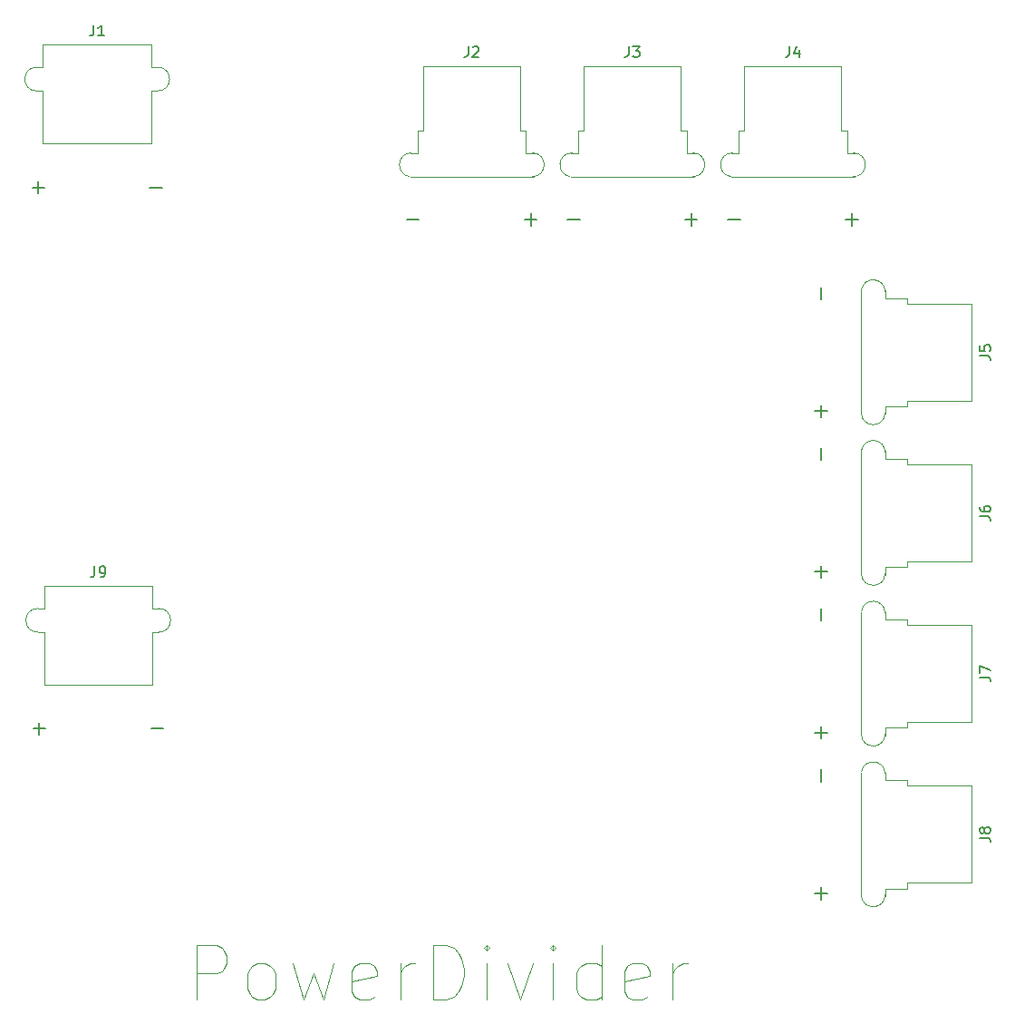
<source format=gbr>
%TF.GenerationSoftware,KiCad,Pcbnew,8.0.8-8.0.8-0~ubuntu24.04.1*%
%TF.CreationDate,2025-02-07T22:56:00+09:00*%
%TF.ProjectId,PowerDivider,506f7765-7244-4697-9669-6465722e6b69,rev?*%
%TF.SameCoordinates,Original*%
%TF.FileFunction,Legend,Top*%
%TF.FilePolarity,Positive*%
%FSLAX46Y46*%
G04 Gerber Fmt 4.6, Leading zero omitted, Abs format (unit mm)*
G04 Created by KiCad (PCBNEW 8.0.8-8.0.8-0~ubuntu24.04.1) date 2025-02-07 22:56:00*
%MOMM*%
%LPD*%
G01*
G04 APERTURE LIST*
%ADD10C,0.100000*%
%ADD11C,0.150000*%
%ADD12C,0.120000*%
G04 APERTURE END LIST*
D10*
X126756265Y-142882895D02*
X126756265Y-137882895D01*
X126756265Y-137882895D02*
X128661027Y-137882895D01*
X128661027Y-137882895D02*
X129137217Y-138120990D01*
X129137217Y-138120990D02*
X129375312Y-138359085D01*
X129375312Y-138359085D02*
X129613408Y-138835276D01*
X129613408Y-138835276D02*
X129613408Y-139549561D01*
X129613408Y-139549561D02*
X129375312Y-140025752D01*
X129375312Y-140025752D02*
X129137217Y-140263847D01*
X129137217Y-140263847D02*
X128661027Y-140501942D01*
X128661027Y-140501942D02*
X126756265Y-140501942D01*
X132470550Y-142882895D02*
X131994360Y-142644800D01*
X131994360Y-142644800D02*
X131756265Y-142406704D01*
X131756265Y-142406704D02*
X131518169Y-141930514D01*
X131518169Y-141930514D02*
X131518169Y-140501942D01*
X131518169Y-140501942D02*
X131756265Y-140025752D01*
X131756265Y-140025752D02*
X131994360Y-139787657D01*
X131994360Y-139787657D02*
X132470550Y-139549561D01*
X132470550Y-139549561D02*
X133184836Y-139549561D01*
X133184836Y-139549561D02*
X133661027Y-139787657D01*
X133661027Y-139787657D02*
X133899122Y-140025752D01*
X133899122Y-140025752D02*
X134137217Y-140501942D01*
X134137217Y-140501942D02*
X134137217Y-141930514D01*
X134137217Y-141930514D02*
X133899122Y-142406704D01*
X133899122Y-142406704D02*
X133661027Y-142644800D01*
X133661027Y-142644800D02*
X133184836Y-142882895D01*
X133184836Y-142882895D02*
X132470550Y-142882895D01*
X135803884Y-139549561D02*
X136756265Y-142882895D01*
X136756265Y-142882895D02*
X137708646Y-140501942D01*
X137708646Y-140501942D02*
X138661027Y-142882895D01*
X138661027Y-142882895D02*
X139613408Y-139549561D01*
X143422932Y-142644800D02*
X142946741Y-142882895D01*
X142946741Y-142882895D02*
X141994360Y-142882895D01*
X141994360Y-142882895D02*
X141518170Y-142644800D01*
X141518170Y-142644800D02*
X141280074Y-142168609D01*
X141280074Y-142168609D02*
X141280074Y-140263847D01*
X141280074Y-140263847D02*
X141518170Y-139787657D01*
X141518170Y-139787657D02*
X141994360Y-139549561D01*
X141994360Y-139549561D02*
X142946741Y-139549561D01*
X142946741Y-139549561D02*
X143422932Y-139787657D01*
X143422932Y-139787657D02*
X143661027Y-140263847D01*
X143661027Y-140263847D02*
X143661027Y-140740038D01*
X143661027Y-140740038D02*
X141280074Y-141216228D01*
X145803884Y-142882895D02*
X145803884Y-139549561D01*
X145803884Y-140501942D02*
X146041979Y-140025752D01*
X146041979Y-140025752D02*
X146280074Y-139787657D01*
X146280074Y-139787657D02*
X146756265Y-139549561D01*
X146756265Y-139549561D02*
X147232455Y-139549561D01*
X148899122Y-142882895D02*
X148899122Y-137882895D01*
X148899122Y-137882895D02*
X150089598Y-137882895D01*
X150089598Y-137882895D02*
X150803884Y-138120990D01*
X150803884Y-138120990D02*
X151280074Y-138597180D01*
X151280074Y-138597180D02*
X151518169Y-139073371D01*
X151518169Y-139073371D02*
X151756265Y-140025752D01*
X151756265Y-140025752D02*
X151756265Y-140740038D01*
X151756265Y-140740038D02*
X151518169Y-141692419D01*
X151518169Y-141692419D02*
X151280074Y-142168609D01*
X151280074Y-142168609D02*
X150803884Y-142644800D01*
X150803884Y-142644800D02*
X150089598Y-142882895D01*
X150089598Y-142882895D02*
X148899122Y-142882895D01*
X153899122Y-142882895D02*
X153899122Y-139549561D01*
X153899122Y-137882895D02*
X153661026Y-138120990D01*
X153661026Y-138120990D02*
X153899122Y-138359085D01*
X153899122Y-138359085D02*
X154137217Y-138120990D01*
X154137217Y-138120990D02*
X153899122Y-137882895D01*
X153899122Y-137882895D02*
X153899122Y-138359085D01*
X155803883Y-139549561D02*
X156994359Y-142882895D01*
X156994359Y-142882895D02*
X158184836Y-139549561D01*
X160089598Y-142882895D02*
X160089598Y-139549561D01*
X160089598Y-137882895D02*
X159851502Y-138120990D01*
X159851502Y-138120990D02*
X160089598Y-138359085D01*
X160089598Y-138359085D02*
X160327693Y-138120990D01*
X160327693Y-138120990D02*
X160089598Y-137882895D01*
X160089598Y-137882895D02*
X160089598Y-138359085D01*
X164613407Y-142882895D02*
X164613407Y-137882895D01*
X164613407Y-142644800D02*
X164137216Y-142882895D01*
X164137216Y-142882895D02*
X163184835Y-142882895D01*
X163184835Y-142882895D02*
X162708645Y-142644800D01*
X162708645Y-142644800D02*
X162470550Y-142406704D01*
X162470550Y-142406704D02*
X162232454Y-141930514D01*
X162232454Y-141930514D02*
X162232454Y-140501942D01*
X162232454Y-140501942D02*
X162470550Y-140025752D01*
X162470550Y-140025752D02*
X162708645Y-139787657D01*
X162708645Y-139787657D02*
X163184835Y-139549561D01*
X163184835Y-139549561D02*
X164137216Y-139549561D01*
X164137216Y-139549561D02*
X164613407Y-139787657D01*
X168899122Y-142644800D02*
X168422931Y-142882895D01*
X168422931Y-142882895D02*
X167470550Y-142882895D01*
X167470550Y-142882895D02*
X166994360Y-142644800D01*
X166994360Y-142644800D02*
X166756264Y-142168609D01*
X166756264Y-142168609D02*
X166756264Y-140263847D01*
X166756264Y-140263847D02*
X166994360Y-139787657D01*
X166994360Y-139787657D02*
X167470550Y-139549561D01*
X167470550Y-139549561D02*
X168422931Y-139549561D01*
X168422931Y-139549561D02*
X168899122Y-139787657D01*
X168899122Y-139787657D02*
X169137217Y-140263847D01*
X169137217Y-140263847D02*
X169137217Y-140740038D01*
X169137217Y-140740038D02*
X166756264Y-141216228D01*
X171280074Y-142882895D02*
X171280074Y-139549561D01*
X171280074Y-140501942D02*
X171518169Y-140025752D01*
X171518169Y-140025752D02*
X171756264Y-139787657D01*
X171756264Y-139787657D02*
X172232455Y-139549561D01*
X172232455Y-139549561D02*
X172708645Y-139549561D01*
D11*
X167166666Y-53954819D02*
X167166666Y-54669104D01*
X167166666Y-54669104D02*
X167119047Y-54811961D01*
X167119047Y-54811961D02*
X167023809Y-54907200D01*
X167023809Y-54907200D02*
X166880952Y-54954819D01*
X166880952Y-54954819D02*
X166785714Y-54954819D01*
X167547619Y-53954819D02*
X168166666Y-53954819D01*
X168166666Y-53954819D02*
X167833333Y-54335771D01*
X167833333Y-54335771D02*
X167976190Y-54335771D01*
X167976190Y-54335771D02*
X168071428Y-54383390D01*
X168071428Y-54383390D02*
X168119047Y-54431009D01*
X168119047Y-54431009D02*
X168166666Y-54526247D01*
X168166666Y-54526247D02*
X168166666Y-54764342D01*
X168166666Y-54764342D02*
X168119047Y-54859580D01*
X168119047Y-54859580D02*
X168071428Y-54907200D01*
X168071428Y-54907200D02*
X167976190Y-54954819D01*
X167976190Y-54954819D02*
X167690476Y-54954819D01*
X167690476Y-54954819D02*
X167595238Y-54907200D01*
X167595238Y-54907200D02*
X167547619Y-54859580D01*
X161428571Y-70114700D02*
X162571429Y-70114700D01*
X172428571Y-70114700D02*
X173571429Y-70114700D01*
X173000000Y-70686128D02*
X173000000Y-69543271D01*
X152166666Y-53954819D02*
X152166666Y-54669104D01*
X152166666Y-54669104D02*
X152119047Y-54811961D01*
X152119047Y-54811961D02*
X152023809Y-54907200D01*
X152023809Y-54907200D02*
X151880952Y-54954819D01*
X151880952Y-54954819D02*
X151785714Y-54954819D01*
X152595238Y-54050057D02*
X152642857Y-54002438D01*
X152642857Y-54002438D02*
X152738095Y-53954819D01*
X152738095Y-53954819D02*
X152976190Y-53954819D01*
X152976190Y-53954819D02*
X153071428Y-54002438D01*
X153071428Y-54002438D02*
X153119047Y-54050057D01*
X153119047Y-54050057D02*
X153166666Y-54145295D01*
X153166666Y-54145295D02*
X153166666Y-54240533D01*
X153166666Y-54240533D02*
X153119047Y-54383390D01*
X153119047Y-54383390D02*
X152547619Y-54954819D01*
X152547619Y-54954819D02*
X153166666Y-54954819D01*
X157428571Y-70114700D02*
X158571429Y-70114700D01*
X158000000Y-70686128D02*
X158000000Y-69543271D01*
X146428571Y-70114700D02*
X147571429Y-70114700D01*
X117266666Y-102479819D02*
X117266666Y-103194104D01*
X117266666Y-103194104D02*
X117219047Y-103336961D01*
X117219047Y-103336961D02*
X117123809Y-103432200D01*
X117123809Y-103432200D02*
X116980952Y-103479819D01*
X116980952Y-103479819D02*
X116885714Y-103479819D01*
X117790476Y-103479819D02*
X117980952Y-103479819D01*
X117980952Y-103479819D02*
X118076190Y-103432200D01*
X118076190Y-103432200D02*
X118123809Y-103384580D01*
X118123809Y-103384580D02*
X118219047Y-103241723D01*
X118219047Y-103241723D02*
X118266666Y-103051247D01*
X118266666Y-103051247D02*
X118266666Y-102670295D01*
X118266666Y-102670295D02*
X118219047Y-102575057D01*
X118219047Y-102575057D02*
X118171428Y-102527438D01*
X118171428Y-102527438D02*
X118076190Y-102479819D01*
X118076190Y-102479819D02*
X117885714Y-102479819D01*
X117885714Y-102479819D02*
X117790476Y-102527438D01*
X117790476Y-102527438D02*
X117742857Y-102575057D01*
X117742857Y-102575057D02*
X117695238Y-102670295D01*
X117695238Y-102670295D02*
X117695238Y-102908390D01*
X117695238Y-102908390D02*
X117742857Y-103003628D01*
X117742857Y-103003628D02*
X117790476Y-103051247D01*
X117790476Y-103051247D02*
X117885714Y-103098866D01*
X117885714Y-103098866D02*
X118076190Y-103098866D01*
X118076190Y-103098866D02*
X118171428Y-103051247D01*
X118171428Y-103051247D02*
X118219047Y-103003628D01*
X118219047Y-103003628D02*
X118266666Y-102908390D01*
X122528571Y-117639700D02*
X123671429Y-117639700D01*
X111528571Y-117639700D02*
X112671429Y-117639700D01*
X112100000Y-118211128D02*
X112100000Y-117068271D01*
X199954819Y-112833333D02*
X200669104Y-112833333D01*
X200669104Y-112833333D02*
X200811961Y-112880952D01*
X200811961Y-112880952D02*
X200907200Y-112976190D01*
X200907200Y-112976190D02*
X200954819Y-113119047D01*
X200954819Y-113119047D02*
X200954819Y-113214285D01*
X199954819Y-112452380D02*
X199954819Y-111785714D01*
X199954819Y-111785714D02*
X200954819Y-112214285D01*
X185114700Y-118571428D02*
X185114700Y-117428571D01*
X185686128Y-117999999D02*
X184543271Y-117999999D01*
X185114700Y-107571428D02*
X185114700Y-106428571D01*
X117166666Y-51954819D02*
X117166666Y-52669104D01*
X117166666Y-52669104D02*
X117119047Y-52811961D01*
X117119047Y-52811961D02*
X117023809Y-52907200D01*
X117023809Y-52907200D02*
X116880952Y-52954819D01*
X116880952Y-52954819D02*
X116785714Y-52954819D01*
X118166666Y-52954819D02*
X117595238Y-52954819D01*
X117880952Y-52954819D02*
X117880952Y-51954819D01*
X117880952Y-51954819D02*
X117785714Y-52097676D01*
X117785714Y-52097676D02*
X117690476Y-52192914D01*
X117690476Y-52192914D02*
X117595238Y-52240533D01*
X122428571Y-67114700D02*
X123571429Y-67114700D01*
X111428571Y-67114700D02*
X112571429Y-67114700D01*
X112000000Y-67686128D02*
X112000000Y-66543271D01*
X199954819Y-127833333D02*
X200669104Y-127833333D01*
X200669104Y-127833333D02*
X200811961Y-127880952D01*
X200811961Y-127880952D02*
X200907200Y-127976190D01*
X200907200Y-127976190D02*
X200954819Y-128119047D01*
X200954819Y-128119047D02*
X200954819Y-128214285D01*
X200383390Y-127214285D02*
X200335771Y-127309523D01*
X200335771Y-127309523D02*
X200288152Y-127357142D01*
X200288152Y-127357142D02*
X200192914Y-127404761D01*
X200192914Y-127404761D02*
X200145295Y-127404761D01*
X200145295Y-127404761D02*
X200050057Y-127357142D01*
X200050057Y-127357142D02*
X200002438Y-127309523D01*
X200002438Y-127309523D02*
X199954819Y-127214285D01*
X199954819Y-127214285D02*
X199954819Y-127023809D01*
X199954819Y-127023809D02*
X200002438Y-126928571D01*
X200002438Y-126928571D02*
X200050057Y-126880952D01*
X200050057Y-126880952D02*
X200145295Y-126833333D01*
X200145295Y-126833333D02*
X200192914Y-126833333D01*
X200192914Y-126833333D02*
X200288152Y-126880952D01*
X200288152Y-126880952D02*
X200335771Y-126928571D01*
X200335771Y-126928571D02*
X200383390Y-127023809D01*
X200383390Y-127023809D02*
X200383390Y-127214285D01*
X200383390Y-127214285D02*
X200431009Y-127309523D01*
X200431009Y-127309523D02*
X200478628Y-127357142D01*
X200478628Y-127357142D02*
X200573866Y-127404761D01*
X200573866Y-127404761D02*
X200764342Y-127404761D01*
X200764342Y-127404761D02*
X200859580Y-127357142D01*
X200859580Y-127357142D02*
X200907200Y-127309523D01*
X200907200Y-127309523D02*
X200954819Y-127214285D01*
X200954819Y-127214285D02*
X200954819Y-127023809D01*
X200954819Y-127023809D02*
X200907200Y-126928571D01*
X200907200Y-126928571D02*
X200859580Y-126880952D01*
X200859580Y-126880952D02*
X200764342Y-126833333D01*
X200764342Y-126833333D02*
X200573866Y-126833333D01*
X200573866Y-126833333D02*
X200478628Y-126880952D01*
X200478628Y-126880952D02*
X200431009Y-126928571D01*
X200431009Y-126928571D02*
X200383390Y-127023809D01*
X185114700Y-122571428D02*
X185114700Y-121428571D01*
X185114700Y-133571428D02*
X185114700Y-132428571D01*
X185686128Y-132999999D02*
X184543271Y-132999999D01*
X182166666Y-53954819D02*
X182166666Y-54669104D01*
X182166666Y-54669104D02*
X182119047Y-54811961D01*
X182119047Y-54811961D02*
X182023809Y-54907200D01*
X182023809Y-54907200D02*
X181880952Y-54954819D01*
X181880952Y-54954819D02*
X181785714Y-54954819D01*
X183071428Y-54288152D02*
X183071428Y-54954819D01*
X182833333Y-53907200D02*
X182595238Y-54621485D01*
X182595238Y-54621485D02*
X183214285Y-54621485D01*
X176428571Y-70114700D02*
X177571429Y-70114700D01*
X187428571Y-70114700D02*
X188571429Y-70114700D01*
X188000000Y-70686128D02*
X188000000Y-69543271D01*
X199954819Y-82833333D02*
X200669104Y-82833333D01*
X200669104Y-82833333D02*
X200811961Y-82880952D01*
X200811961Y-82880952D02*
X200907200Y-82976190D01*
X200907200Y-82976190D02*
X200954819Y-83119047D01*
X200954819Y-83119047D02*
X200954819Y-83214285D01*
X199954819Y-81880952D02*
X199954819Y-82357142D01*
X199954819Y-82357142D02*
X200431009Y-82404761D01*
X200431009Y-82404761D02*
X200383390Y-82357142D01*
X200383390Y-82357142D02*
X200335771Y-82261904D01*
X200335771Y-82261904D02*
X200335771Y-82023809D01*
X200335771Y-82023809D02*
X200383390Y-81928571D01*
X200383390Y-81928571D02*
X200431009Y-81880952D01*
X200431009Y-81880952D02*
X200526247Y-81833333D01*
X200526247Y-81833333D02*
X200764342Y-81833333D01*
X200764342Y-81833333D02*
X200859580Y-81880952D01*
X200859580Y-81880952D02*
X200907200Y-81928571D01*
X200907200Y-81928571D02*
X200954819Y-82023809D01*
X200954819Y-82023809D02*
X200954819Y-82261904D01*
X200954819Y-82261904D02*
X200907200Y-82357142D01*
X200907200Y-82357142D02*
X200859580Y-82404761D01*
X185114700Y-88571428D02*
X185114700Y-87428571D01*
X185686128Y-87999999D02*
X184543271Y-87999999D01*
X185114700Y-77571428D02*
X185114700Y-76428571D01*
X199954819Y-97833333D02*
X200669104Y-97833333D01*
X200669104Y-97833333D02*
X200811961Y-97880952D01*
X200811961Y-97880952D02*
X200907200Y-97976190D01*
X200907200Y-97976190D02*
X200954819Y-98119047D01*
X200954819Y-98119047D02*
X200954819Y-98214285D01*
X199954819Y-96928571D02*
X199954819Y-97119047D01*
X199954819Y-97119047D02*
X200002438Y-97214285D01*
X200002438Y-97214285D02*
X200050057Y-97261904D01*
X200050057Y-97261904D02*
X200192914Y-97357142D01*
X200192914Y-97357142D02*
X200383390Y-97404761D01*
X200383390Y-97404761D02*
X200764342Y-97404761D01*
X200764342Y-97404761D02*
X200859580Y-97357142D01*
X200859580Y-97357142D02*
X200907200Y-97309523D01*
X200907200Y-97309523D02*
X200954819Y-97214285D01*
X200954819Y-97214285D02*
X200954819Y-97023809D01*
X200954819Y-97023809D02*
X200907200Y-96928571D01*
X200907200Y-96928571D02*
X200859580Y-96880952D01*
X200859580Y-96880952D02*
X200764342Y-96833333D01*
X200764342Y-96833333D02*
X200526247Y-96833333D01*
X200526247Y-96833333D02*
X200431009Y-96880952D01*
X200431009Y-96880952D02*
X200383390Y-96928571D01*
X200383390Y-96928571D02*
X200335771Y-97023809D01*
X200335771Y-97023809D02*
X200335771Y-97214285D01*
X200335771Y-97214285D02*
X200383390Y-97309523D01*
X200383390Y-97309523D02*
X200431009Y-97357142D01*
X200431009Y-97357142D02*
X200526247Y-97404761D01*
X185114700Y-92571428D02*
X185114700Y-91428571D01*
X185114700Y-103571428D02*
X185114700Y-102428571D01*
X185686128Y-102999999D02*
X184543271Y-102999999D01*
D12*
%TO.C,J3*%
X161740000Y-63890000D02*
X162440000Y-63890000D01*
X161740000Y-66110000D02*
X173260000Y-66110000D01*
X162440000Y-61840000D02*
X162440000Y-63890000D01*
X162440000Y-61840000D02*
X162970000Y-61840000D01*
X162970000Y-55840000D02*
X162970000Y-61840000D01*
X162970000Y-55840000D02*
X172000000Y-55840000D01*
X172030000Y-55840000D02*
X172030000Y-61840000D01*
X172030000Y-61840000D02*
X172560000Y-61840000D01*
X172560000Y-61840000D02*
X172560000Y-63890000D01*
X172560000Y-63890000D02*
X173260000Y-63890000D01*
X161678271Y-66096635D02*
G75*
G02*
X161850000Y-63890000I171730J1096635D01*
G01*
X173150000Y-63890000D02*
G75*
G02*
X173150000Y-66110000I0J-1110000D01*
G01*
%TO.C,J2*%
X146740000Y-63890000D02*
X147440000Y-63890000D01*
X146740000Y-66110000D02*
X158260000Y-66110000D01*
X147440000Y-61840000D02*
X147440000Y-63890000D01*
X147440000Y-61840000D02*
X147970000Y-61840000D01*
X147970000Y-55840000D02*
X147970000Y-61840000D01*
X147970000Y-55840000D02*
X157000000Y-55840000D01*
X157030000Y-55840000D02*
X157030000Y-61840000D01*
X157030000Y-61840000D02*
X157560000Y-61840000D01*
X157560000Y-61840000D02*
X157560000Y-63890000D01*
X157560000Y-63890000D02*
X158260000Y-63890000D01*
X146678271Y-66096635D02*
G75*
G02*
X146850000Y-63890000I171730J1096635D01*
G01*
X158150000Y-63890000D02*
G75*
G02*
X158150000Y-66110000I0J-1110000D01*
G01*
%TO.C,J9*%
X111950000Y-106415000D02*
X112540000Y-106415000D01*
X111950000Y-108635000D02*
X112540000Y-108635000D01*
X112540000Y-104315000D02*
X112540000Y-106415000D01*
X112540000Y-104315000D02*
X122660000Y-104315000D01*
X112540000Y-108635000D02*
X112540000Y-113535000D01*
X112540000Y-113535000D02*
X122660000Y-113535000D01*
X122660000Y-104315000D02*
X122660000Y-106415000D01*
X122660000Y-106415000D02*
X123250000Y-106415000D01*
X122660000Y-108635000D02*
X122660000Y-113535000D01*
X122660000Y-108635000D02*
X123250000Y-108635000D01*
X111950000Y-108635000D02*
G75*
G02*
X111950000Y-106415000I0J1110000D01*
G01*
X123250000Y-106415000D02*
G75*
G02*
X123250000Y-108635000I0J-1110000D01*
G01*
%TO.C,J7*%
X188890000Y-106740000D02*
X188890000Y-118260000D01*
X191110000Y-106740000D02*
X191110000Y-107440000D01*
X191110000Y-117560000D02*
X191110000Y-118260000D01*
X193160000Y-107440000D02*
X191110000Y-107440000D01*
X193160000Y-107440000D02*
X193160000Y-107970000D01*
X193160000Y-117030000D02*
X193160000Y-117560000D01*
X193160000Y-117560000D02*
X191110000Y-117560000D01*
X199160000Y-107970000D02*
X193160000Y-107970000D01*
X199160000Y-107970000D02*
X199160000Y-117000000D01*
X199160000Y-117030000D02*
X193160000Y-117030000D01*
X188903365Y-106678271D02*
G75*
G02*
X191110000Y-106850000I1096635J-171730D01*
G01*
X191110000Y-118150000D02*
G75*
G02*
X188890000Y-118150000I-1110000J0D01*
G01*
%TO.C,J1*%
X111850000Y-55890000D02*
X112440000Y-55890000D01*
X111850000Y-58110000D02*
X112440000Y-58110000D01*
X112440000Y-53790000D02*
X112440000Y-55890000D01*
X112440000Y-53790000D02*
X122560000Y-53790000D01*
X112440000Y-58110000D02*
X112440000Y-63010000D01*
X112440000Y-63010000D02*
X122560000Y-63010000D01*
X122560000Y-53790000D02*
X122560000Y-55890000D01*
X122560000Y-55890000D02*
X123150000Y-55890000D01*
X122560000Y-58110000D02*
X122560000Y-63010000D01*
X122560000Y-58110000D02*
X123150000Y-58110000D01*
X111850000Y-58110000D02*
G75*
G02*
X111850000Y-55890000I0J1110000D01*
G01*
X123150000Y-55890000D02*
G75*
G02*
X123150000Y-58110000I0J-1110000D01*
G01*
%TO.C,J8*%
X188890000Y-121740000D02*
X188890000Y-133260000D01*
X191110000Y-121740000D02*
X191110000Y-122440000D01*
X191110000Y-132560000D02*
X191110000Y-133260000D01*
X193160000Y-122440000D02*
X191110000Y-122440000D01*
X193160000Y-122440000D02*
X193160000Y-122970000D01*
X193160000Y-132030000D02*
X193160000Y-132560000D01*
X193160000Y-132560000D02*
X191110000Y-132560000D01*
X199160000Y-122970000D02*
X193160000Y-122970000D01*
X199160000Y-122970000D02*
X199160000Y-132000000D01*
X199160000Y-132030000D02*
X193160000Y-132030000D01*
X188903365Y-121678271D02*
G75*
G02*
X191110000Y-121850000I1096635J-171730D01*
G01*
X191110000Y-133150000D02*
G75*
G02*
X188890000Y-133150000I-1110000J0D01*
G01*
%TO.C,J4*%
X176740000Y-63890000D02*
X177440000Y-63890000D01*
X176740000Y-66110000D02*
X188260000Y-66110000D01*
X177440000Y-61840000D02*
X177440000Y-63890000D01*
X177440000Y-61840000D02*
X177970000Y-61840000D01*
X177970000Y-55840000D02*
X177970000Y-61840000D01*
X177970000Y-55840000D02*
X187000000Y-55840000D01*
X187030000Y-55840000D02*
X187030000Y-61840000D01*
X187030000Y-61840000D02*
X187560000Y-61840000D01*
X187560000Y-61840000D02*
X187560000Y-63890000D01*
X187560000Y-63890000D02*
X188260000Y-63890000D01*
X176678271Y-66096635D02*
G75*
G02*
X176850000Y-63890000I171730J1096635D01*
G01*
X188150000Y-63890000D02*
G75*
G02*
X188150000Y-66110000I0J-1110000D01*
G01*
%TO.C,J5*%
X188890000Y-76740000D02*
X188890000Y-88260000D01*
X191110000Y-76740000D02*
X191110000Y-77440000D01*
X191110000Y-87560000D02*
X191110000Y-88260000D01*
X193160000Y-77440000D02*
X191110000Y-77440000D01*
X193160000Y-77440000D02*
X193160000Y-77970000D01*
X193160000Y-87030000D02*
X193160000Y-87560000D01*
X193160000Y-87560000D02*
X191110000Y-87560000D01*
X199160000Y-77970000D02*
X193160000Y-77970000D01*
X199160000Y-77970000D02*
X199160000Y-87000000D01*
X199160000Y-87030000D02*
X193160000Y-87030000D01*
X188903365Y-76678271D02*
G75*
G02*
X191110000Y-76850000I1096635J-171730D01*
G01*
X191110000Y-88150000D02*
G75*
G02*
X188890000Y-88150000I-1110000J0D01*
G01*
%TO.C,J6*%
X188890000Y-91740000D02*
X188890000Y-103260000D01*
X191110000Y-91740000D02*
X191110000Y-92440000D01*
X191110000Y-102560000D02*
X191110000Y-103260000D01*
X193160000Y-92440000D02*
X191110000Y-92440000D01*
X193160000Y-92440000D02*
X193160000Y-92970000D01*
X193160000Y-102030000D02*
X193160000Y-102560000D01*
X193160000Y-102560000D02*
X191110000Y-102560000D01*
X199160000Y-92970000D02*
X193160000Y-92970000D01*
X199160000Y-92970000D02*
X199160000Y-102000000D01*
X199160000Y-102030000D02*
X193160000Y-102030000D01*
X188903365Y-91678271D02*
G75*
G02*
X191110000Y-91850000I1096635J-171730D01*
G01*
X191110000Y-103150000D02*
G75*
G02*
X188890000Y-103150000I-1110000J0D01*
G01*
%TD*%
M02*

</source>
